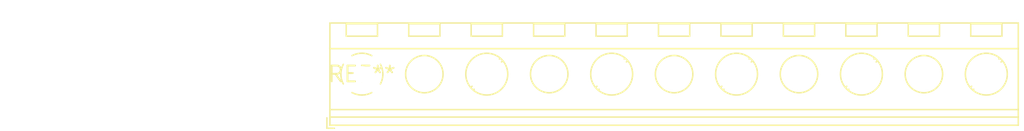
<source format=kicad_pcb>
(kicad_pcb (version 20240108) (generator pcbnew)
  (layers (0 "F.Cu" signal) (31 "B.Cu" signal) (34 "B.Paste" user) (35 "F.Paste" user) (36 "B.SilkS" user "B.Silkscreen") (37 "F.SilkS" user "F.Silkscreen") (38 "B.Mask" user) (39 "F.Mask" user) (44 "Edge.Cuts" user))
  (net 0 "")
  (footprint "TerminalBlock_RND_205-00302_1x06_P10.00mm_Horizontal" (layer "F.Cu") (at 0 0)
    (property "Reference" "REF**")
    (property "Value" "TerminalBlock_RND_205-00302_1x06_P10.00mm_Horizontal")
    (fp_line (start -2.8 3.51) (end -2.8 4.35) (layer "F.SilkS") (stroke (width 0.12)))
    (fp_line (start -2.8 4.35) (end -2.2 4.35) (layer "F.SilkS") (stroke (width 0.12)))
    (fp_line (start -2.56 -4.11) (end -2.56 4.11) (layer "F.SilkS") (stroke (width 0.12)))
    (fp_line (start -2.56 -4.11) (end 52.56 -4.11) (layer "F.SilkS") (stroke (width 0.12)))
    (fp_line (start -2.56 -2.05) (end 52.56 -2.05) (layer "F.SilkS") (stroke (width 0.12)))
    (fp_line (start -2.56 2.85) (end 52.56 2.85) (layer "F.SilkS") (stroke (width 0.12)))
    (fp_line (start -2.56 3.45) (end 52.56 3.45) (layer "F.SilkS") (stroke (width 0.12)))
    (fp_line (start -2.56 4.11) (end 52.56 4.11) (layer "F.SilkS") (stroke (width 0.12)))
    (fp_line (start -1.25 -4.05) (end -1.25 -3.05) (layer "F.SilkS") (stroke (width 0.12)))
    (fp_line (start -1.25 -4.05) (end 1.25 -4.05) (layer "F.SilkS") (stroke (width 0.12)))
    (fp_line (start -1.25 -3.05) (end 1.25 -3.05) (layer "F.SilkS") (stroke (width 0.12)))
    (fp_line (start 1.25 -4.05) (end 1.25 -3.05) (layer "F.SilkS") (stroke (width 0.12)))
    (fp_line (start 3.75 -4.05) (end 3.75 -3.05) (layer "F.SilkS") (stroke (width 0.12)))
    (fp_line (start 3.75 -4.05) (end 6.25 -4.05) (layer "F.SilkS") (stroke (width 0.12)))
    (fp_line (start 3.75 -3.05) (end 6.25 -3.05) (layer "F.SilkS") (stroke (width 0.12)))
    (fp_line (start 6.25 -4.05) (end 6.25 -3.05) (layer "F.SilkS") (stroke (width 0.12)))
    (fp_line (start 8.75 -4.05) (end 8.75 -3.05) (layer "F.SilkS") (stroke (width 0.12)))
    (fp_line (start 8.75 -4.05) (end 11.25 -4.05) (layer "F.SilkS") (stroke (width 0.12)))
    (fp_line (start 8.75 -3.05) (end 11.25 -3.05) (layer "F.SilkS") (stroke (width 0.12)))
    (fp_line (start 8.82 0.976) (end 8.726 1.069) (layer "F.SilkS") (stroke (width 0.12)))
    (fp_line (start 8.99 1.216) (end 8.931 1.274) (layer "F.SilkS") (stroke (width 0.12)))
    (fp_line (start 11.07 -1.275) (end 11.011 -1.216) (layer "F.SilkS") (stroke (width 0.12)))
    (fp_line (start 11.25 -4.05) (end 11.25 -3.05) (layer "F.SilkS") (stroke (width 0.12)))
    (fp_line (start 11.275 -1.069) (end 11.181 -0.976) (layer "F.SilkS") (stroke (width 0.12)))
    (fp_line (start 13.75 -4.05) (end 13.75 -3.05) (layer "F.SilkS") (stroke (width 0.12)))
    (fp_line (start 13.75 -4.05) (end 16.25 -4.05) (layer "F.SilkS") (stroke (width 0.12)))
    (fp_line (start 13.75 -3.05) (end 16.25 -3.05) (layer "F.SilkS") (stroke (width 0.12)))
    (fp_line (start 16.25 -4.05) (end 16.25 -3.05) (layer "F.SilkS") (stroke (width 0.12)))
    (fp_line (start 18.75 -4.05) (end 18.75 -3.05) (layer "F.SilkS") (stroke (width 0.12)))
    (fp_line (start 18.75 -4.05) (end 21.25 -4.05) (layer "F.SilkS") (stroke (width 0.12)))
    (fp_line (start 18.75 -3.05) (end 21.25 -3.05) (layer "F.SilkS") (stroke (width 0.12)))
    (fp_line (start 18.82 0.976) (end 18.726 1.069) (layer "F.SilkS") (stroke (width 0.12)))
    (fp_line (start 18.99 1.216) (end 18.931 1.274) (layer "F.SilkS") (stroke (width 0.12)))
    (fp_line (start 21.07 -1.275) (end 21.011 -1.216) (layer "F.SilkS") (stroke (width 0.12)))
    (fp_line (start 21.25 -4.05) (end 21.25 -3.05) (layer "F.SilkS") (stroke (width 0.12)))
    (fp_line (start 21.275 -1.069) (end 21.181 -0.976) (layer "F.SilkS") (stroke (width 0.12)))
    (fp_line (start 23.75 -4.05) (end 23.75 -3.05) (layer "F.SilkS") (stroke (width 0.12)))
    (fp_line (start 23.75 -4.05) (end 26.25 -4.05) (layer "F.SilkS") (stroke (width 0.12)))
    (fp_line (start 23.75 -3.05) (end 26.25 -3.05) (layer "F.SilkS") (stroke (width 0.12)))
    (fp_line (start 26.25 -4.05) (end 26.25 -3.05) (layer "F.SilkS") (stroke (width 0.12)))
    (fp_line (start 28.75 -4.05) (end 28.75 -3.05) (layer "F.SilkS") (stroke (width 0.12)))
    (fp_line (start 28.75 -4.05) (end 31.25 -4.05) (layer "F.SilkS") (stroke (width 0.12)))
    (fp_line (start 28.75 -3.05) (end 31.25 -3.05) (layer "F.SilkS") (stroke (width 0.12)))
    (fp_line (start 28.82 0.976) (end 28.726 1.069) (layer "F.SilkS") (stroke (width 0.12)))
    (fp_line (start 28.99 1.216) (end 28.931 1.274) (layer "F.SilkS") (stroke (width 0.12)))
    (fp_line (start 31.07 -1.275) (end 31.011 -1.216) (layer "F.SilkS") (stroke (width 0.12)))
    (fp_line (start 31.25 -4.05) (end 31.25 -3.05) (layer "F.SilkS") (stroke (width 0.12)))
    (fp_line (start 31.275 -1.069) (end 31.181 -0.976) (layer "F.SilkS") (stroke (width 0.12)))
    (fp_line (start 33.75 -4.05) (end 33.75 -3.05) (layer "F.SilkS") (stroke (width 0.12)))
    (fp_line (start 33.75 -4.05) (end 36.25 -4.05) (layer "F.SilkS") (stroke (width 0.12)))
    (fp_line (start 33.75 -3.05) (end 36.25 -3.05) (layer "F.SilkS") (stroke (width 0.12)))
    (fp_line (start 36.25 -4.05) (end 36.25 -3.05) (layer "F.SilkS") (stroke (width 0.12)))
    (fp_line (start 38.75 -4.05) (end 38.75 -3.05) (layer "F.SilkS") (stroke (width 0.12)))
    (fp_line (start 38.75 -4.05) (end 41.25 -4.05) (layer "F.SilkS") (stroke (width 0.12)))
    (fp_line (start 38.75 -3.05) (end 41.25 -3.05) (layer "F.SilkS") (stroke (width 0.12)))
    (fp_line (start 38.82 0.976) (end 38.726 1.069) (layer "F.SilkS") (stroke (width 0.12)))
    (fp_line (start 38.99 1.216) (end 38.931 1.274) (layer "F.SilkS") (stroke (width 0.12)))
    (fp_line (start 41.07 -1.275) (end 41.011 -1.216) (layer "F.SilkS") (stroke (width 0.12)))
    (fp_line (start 41.25 -4.05) (end 41.25 -3.05) (layer "F.SilkS") (stroke (width 0.12)))
    (fp_line (start 41.275 -1.069) (end 41.181 -0.976) (layer "F.SilkS") (stroke (width 0.12)))
    (fp_line (start 43.75 -4.05) (end 43.75 -3.05) (layer "F.SilkS") (stroke (width 0.12)))
    (fp_line (start 43.75 -4.05) (end 46.25 -4.05) (layer "F.SilkS") (stroke (width 0.12)))
    (fp_line (start 43.75 -3.05) (end 46.25 -3.05) (layer "F.SilkS") (stroke (width 0.12)))
    (fp_line (start 46.25 -4.05) (end 46.25 -3.05) (layer "F.SilkS") (stroke (width 0.12)))
    (fp_line (start 48.75 -4.05) (end 48.75 -3.05) (layer "F.SilkS") (stroke (width 0.12)))
    (fp_line (start 48.75 -4.05) (end 51.25 -4.05) (layer "F.SilkS") (stroke (width 0.12)))
    (fp_line (start 48.75 -3.05) (end 51.25 -3.05) (layer "F.SilkS") (stroke (width 0.12)))
    (fp_line (start 48.82 0.976) (end 48.726 1.069) (layer "F.SilkS") (stroke (width 0.12)))
    (fp_line (start 48.99 1.216) (end 48.931 1.274) (layer "F.SilkS") (stroke (width 0.12)))
    (fp_line (start 51.07 -1.275) (end 51.011 -1.216) (layer "F.SilkS") (stroke (width 0.12)))
    (fp_line (start 51.25 -4.05) (end 51.25 -3.05) (layer "F.SilkS") (stroke (width 0.12)))
    (fp_line (start 51.275 -1.069) (end 51.181 -0.976) (layer "F.SilkS") (stroke (width 0.12)))
    (fp_line (start 52.56 -4.11) (end 52.56 4.11) (layer "F.SilkS") (stroke (width 0.12)))
    (fp_arc (start -1.483953 0.789089) (mid -1.680708 5e-05) (end -1.484 -0.789) (layer "F.SilkS") (stroke (width 0.12)))
    (fp_arc (start -0.789089 -1.483953) (mid -5e-05 -1.680708) (end 0.789 -1.484) (layer "F.SilkS") (stroke (width 0.12)))
    (fp_arc (start 0.029383 1.68045) (mid -0.392304 1.634281) (end -0.789 1.484) (layer "F.SilkS") (stroke (width 0.12)))
    (fp_arc (start 0.788712 1.483352) (mid 0.406429 1.630097) (end 0 1.68) (layer "F.SilkS") (stroke (width 0.12)))
    (fp_arc (start 1.483953 -0.789089) (mid 1.680708 -5e-05) (end 1.484 0.789) (layer "F.SilkS") (stroke (width 0.12)))
    (fp_circle (center 5 0) (end 6.5 0) (layer "F.SilkS") (stroke (width 0.12)) (fill none))
    (fp_circle (center 10 0) (end 11.68 0) (layer "F.SilkS") (stroke (width 0.12)) (fill none))
    (fp_circle (center 15 0) (end 16.5 0) (layer "F.SilkS") (stroke (width 0.12)) (fill none))
    (fp_circle (center 20 0) (end 21.68 0) (layer "F.SilkS") (stroke (width 0.12)) (fill none))
    (fp_circle (center 25 0) (end 26.5 0) (layer "F.SilkS") (stroke (width 0.12)) (fill none))
    (fp_circle (center 30 0) (end 31.68 0) (layer "F.SilkS") (stroke (width 0.12)) (fill none))
    (fp_circle (center 35 0) (end 36.5 0) (layer "F.SilkS") (stroke (width 0.12)) (fill none))
    (fp_circle (center 40 0) (end 41.68 0) (layer "F.SilkS") (stroke (width 0.12)) (fill none))
    (fp_circle (center 45 0) (end 46.5 0) (layer "F.SilkS") (stroke (width 0.12)) (fill none))
    (fp_circle (center 50 0) (end 51.68 0) (layer "F.SilkS") (stroke (width 0.12)) (fill none))
    (pad "1" thru_hole rect (at 0 0) (size 2.5 2.5) (drill 1.3) (layers *.Cu *.Mask) (remove_unused_layers))
    (pad "2" thru_hole circle (at 10 0) (size 2.5 2.5) (drill 1.3) (layers *.Cu *.Mask) (remove_unused_layers))
    (pad "3" thru_hole circle (at 20 0) (size 2.5 2.5) (drill 1.3) (layers *.Cu *.Mask) (remove_unused_layers))
    (pad "4" thru_hole circle (at 30 0) (size 2.5 2.5) (drill 1.3) (layers *.Cu *.Mask) (remove_unused_layers))
    (pad "5" thru_hole circle (at 40 0) (size 2.5 2.5) (drill 1.3) (layers *.Cu *.Mask) (remove_unused_layers))
    (pad "6" thru_hole circle (at 50 0) (size 2.5 2.5) (drill 1.3) (layers *.Cu *.Mask) (remove_unused_layers))
  )
)
</source>
